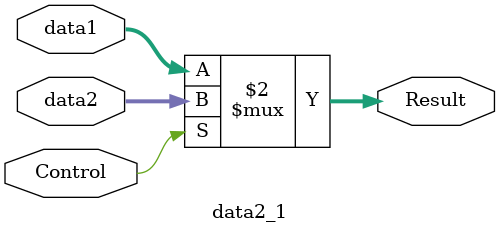
<source format=v>
`timescale 1ns / 1ps


module data2_1(input [4:0]data1,data2,input Control, output [4:0]Result

    );
    assign Result = (Control == 1'b0 ? data1 : data2);
endmodule

</source>
